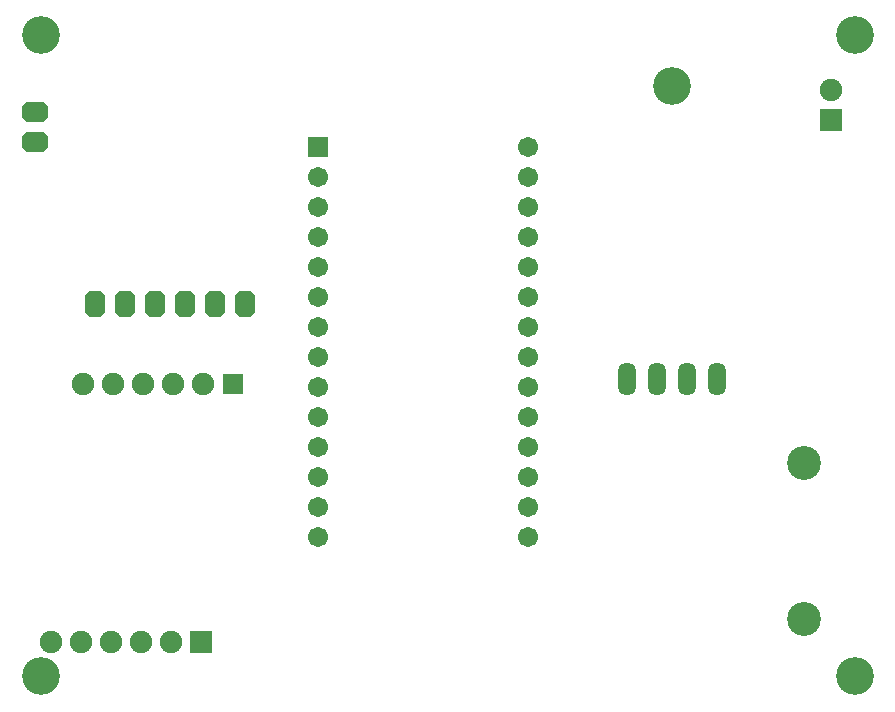
<source format=gbs>
%FSTAX25Y25*%
%MOIN*%
%SFA1B1*%

%IPPOS*%
%AMD30*
4,1,8,-0.034000,0.027000,-0.034000,-0.027000,-0.017000,-0.044000,0.017000,-0.044000,0.034000,-0.027000,0.034000,0.027000,0.017000,0.044000,-0.017000,0.044000,-0.034000,0.027000,0.0*
%
%AMD31*
4,1,8,-0.027000,-0.034000,0.027000,-0.034000,0.044000,-0.017000,0.044000,0.017000,0.027000,0.034000,-0.027000,0.034000,-0.044000,0.017000,-0.044000,-0.017000,-0.027000,-0.034000,0.0*
%
%ADD29C,0.126110*%
G04~CAMADD=30~4~0.0~0.0~880.0~680.0~0.0~170.0~0~0.0~0.0~0.0~0.0~0~0.0~0.0~0.0~0.0~0~0.0~0.0~0.0~90.0~680.0~880.0*
%ADD30D30*%
G04~CAMADD=31~4~0.0~0.0~880.0~680.0~0.0~170.0~0~0.0~0.0~0.0~0.0~0~0.0~0.0~0.0~0.0~0~0.0~0.0~0.0~180.0~880.0~680.0*
%ADD31D31*%
%ADD32C,0.074930*%
%ADD33R,0.074930X0.074930*%
%ADD34R,0.067060X0.067060*%
%ADD35O,0.059500X0.110990*%
%ADD36C,0.067060*%
%ADD37R,0.067060X0.067060*%
%ADD38R,0.074930X0.074930*%
%ADD39C,0.113120*%
%LNgateway-1*%
%LPD*%
G54D29*
X0281Y00097D03*
X00097D03*
Y02233D03*
X0281D03*
X022Y02063D03*
G54D30*
X00676Y01338D03*
X00776D03*
X00576D03*
X00476D03*
X00376D03*
X00276D03*
G54D31*
X00076Y01979D03*
Y01879D03*
G54D32*
X00131Y00212D03*
X00231D03*
X00331D03*
X00431D03*
X00531D03*
X0063754Y0107231D03*
X0053754D03*
X0043754D03*
X0033754D03*
X0023754D03*
X0273Y0205D03*
G54D33*
X00631Y00212D03*
G54D34*
X0073754Y0107231D03*
G54D35*
X0235Y01088D03*
X0225D03*
X0215D03*
X0205D03*
G54D36*
X0172Y0056D03*
Y0066D03*
Y0076D03*
Y0086D03*
Y0096D03*
Y0106D03*
Y0116D03*
Y0126D03*
Y0136D03*
Y0146D03*
Y0156D03*
Y0166D03*
Y0176D03*
X0102Y0056D03*
Y0066D03*
Y0076D03*
Y0086D03*
Y0096D03*
Y0106D03*
Y0116D03*
Y0126D03*
Y0136D03*
Y0146D03*
Y0156D03*
Y0166D03*
Y0176D03*
X0172Y0186D03*
G54D37*
X0102Y0186D03*
G54D38*
X0273Y0195D03*
G54D39*
X02642Y0080804D03*
Y0028796D03*
M02*
</source>
